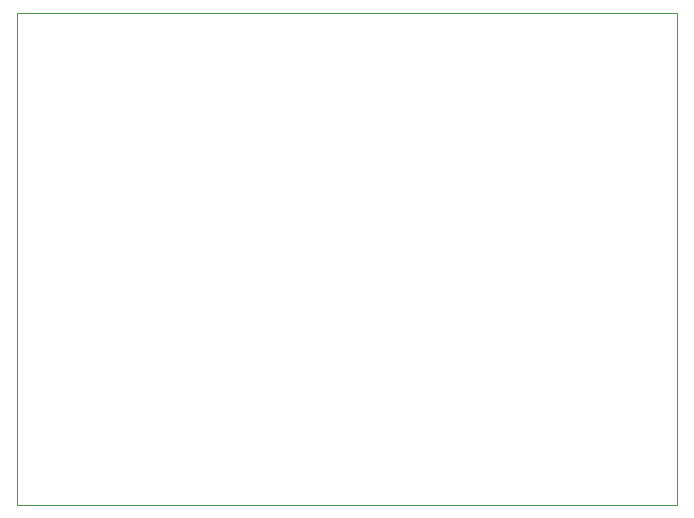
<source format=gm1>
G04 #@! TF.GenerationSoftware,KiCad,Pcbnew,7.0.10*
G04 #@! TF.CreationDate,2024-03-12T12:36:54-06:00*
G04 #@! TF.ProjectId,ARXCarrierBoard,41525843-6172-4726-9965-72426f617264,rev?*
G04 #@! TF.SameCoordinates,Original*
G04 #@! TF.FileFunction,Profile,NP*
%FSLAX46Y46*%
G04 Gerber Fmt 4.6, Leading zero omitted, Abs format (unit mm)*
G04 Created by KiCad (PCBNEW 7.0.10) date 2024-03-12 12:36:54*
%MOMM*%
%LPD*%
G01*
G04 APERTURE LIST*
G04 #@! TA.AperFunction,Profile*
%ADD10C,0.100000*%
G04 #@! TD*
G04 APERTURE END LIST*
D10*
X167894000Y-63500000D02*
X223774000Y-63500000D01*
X223774000Y-105156000D01*
X167894000Y-105156000D01*
X167894000Y-63500000D01*
M02*

</source>
